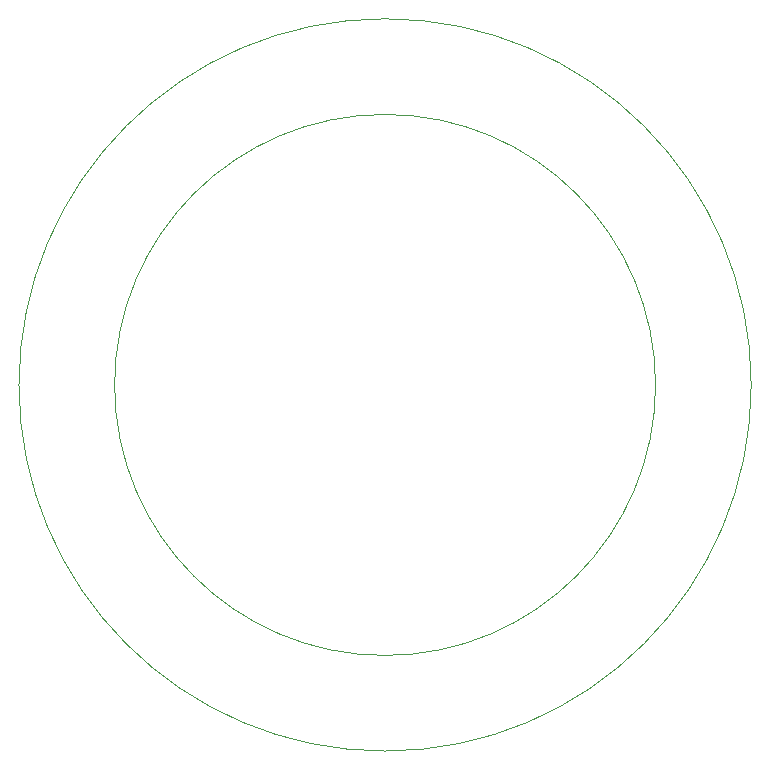
<source format=gbr>
%TF.GenerationSoftware,KiCad,Pcbnew,8.0.8*%
%TF.CreationDate,2025-03-04T17:09:11-05:00*%
%TF.ProjectId,board_C,626f6172-645f-4432-9e6b-696361645f70,rev?*%
%TF.SameCoordinates,Original*%
%TF.FileFunction,Profile,NP*%
%FSLAX46Y46*%
G04 Gerber Fmt 4.6, Leading zero omitted, Abs format (unit mm)*
G04 Created by KiCad (PCBNEW 8.0.8) date 2025-03-04 17:09:11*
%MOMM*%
%LPD*%
G01*
G04 APERTURE LIST*
%TA.AperFunction,Profile*%
%ADD10C,0.100000*%
%TD*%
G04 APERTURE END LIST*
D10*
X179495259Y-50997628D02*
G75*
G02*
X117495259Y-50997628I-31000000J0D01*
G01*
X117495259Y-50997628D02*
G75*
G02*
X179495259Y-50997628I31000000J0D01*
G01*
X171395258Y-50997629D02*
G75*
G02*
X125595258Y-50997629I-22900000J0D01*
G01*
X125595258Y-50997629D02*
G75*
G02*
X171395258Y-50997629I22900000J0D01*
G01*
M02*

</source>
